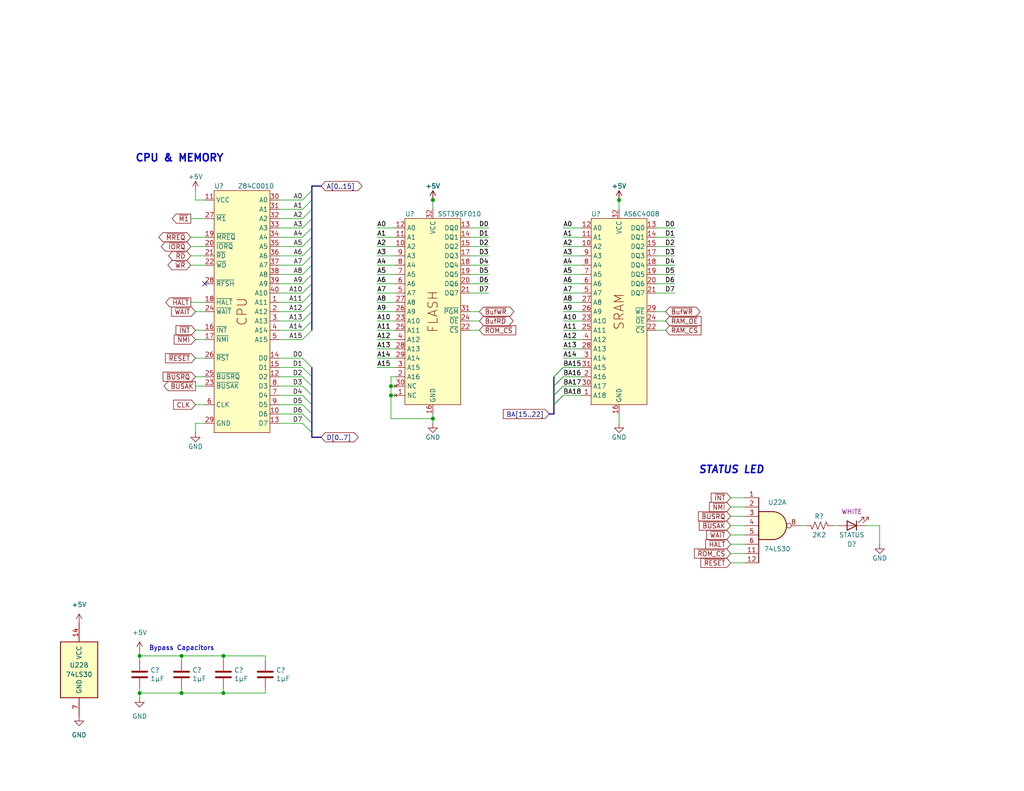
<source format=kicad_sch>
(kicad_sch (version 20230121) (generator eeschema)
  (paper "USLetter")
  (title_block (title "CPU with Flash ROM and RAM") (date "2023-08-31") (rev "2.1") (company "Frédéric Segard") (comment 1 "@microhobbyist") (comment 4 "Thank you to John Winans for his inspiration, as well as Grant Searle and Sergey Kiselev"))
  (lib_symbols
    (symbol "+5V_1" (power) (pin_names (offset 0))
      (property "Value" "+5V_1" (at 0 3.556 0))
      (symbol "+5V_1_0_1"
        (polyline (pts (xy -0.762 1.27) (xy 0 2.54)))
        (polyline (pts (xy 0 0) (xy 0 2.54)))
        (polyline (pts (xy 0 2.54) (xy 0.762 1.27)))
      )
      (symbol "+5V_1_1_1"
        (pin power_in line (at 0 0 90) (length 0) hide (name "+5V") (number "1"))
      )
    )
    (symbol "0_Library:AS6C4008"
      (property "Reference" "U" (at -7.62 0.635 0))
      (property "Value" "AS6C4008" (at 1.27 0.635 0))
      (symbol "AS6C4008_0_0"
        (text "SRAM" (at 0 -25.4 900) (effects (font (size 2.54 2.54))))
        (pin power_in line (at 0 -53.34 90) (length 2.54) (name "GND") (number "16"))
        (pin power_in line (at 0 2.54 270) (length 2.54) (name "VCC") (number "32"))
      )
      (symbol "AS6C4008_0_1"
        (rectangle (start -7.62 0) (end 7.62 -50.8) (fill (type background)))
      )
      (symbol "AS6C4008_1_1"
        (pin input line (at -10.16 -48.26 0) (length 2.54) (name "A18") (number "1"))
        (pin input line (at -10.16 -7.62 0) (length 2.54) (name "A2") (number "10"))
        (pin input line (at -10.16 -5.08 0) (length 2.54) (name "A1") (number "11"))
        (pin input line (at -10.16 -2.54 0) (length 2.54) (name "A0") (number "12"))
        (pin tri_state line (at 10.16 -2.54 180) (length 2.54) (name "DQ0") (number "13"))
        (pin tri_state line (at 10.16 -5.08 180) (length 2.54) (name "DQ1") (number "14"))
        (pin tri_state line (at 10.16 -7.62 180) (length 2.54) (name "DQ2") (number "15"))
        (pin tri_state line (at 10.16 -10.16 180) (length 2.54) (name "DQ3") (number "17"))
        (pin tri_state line (at 10.16 -12.7 180) (length 2.54) (name "DQ4") (number "18"))
        (pin tri_state line (at 10.16 -15.24 180) (length 2.54) (name "DQ5") (number "19"))
        (pin input line (at -10.16 -43.18 0) (length 2.54) (name "A16") (number "2"))
        (pin tri_state line (at 10.16 -17.78 180) (length 2.54) (name "DQ6") (number "20"))
        (pin tri_state line (at 10.16 -20.32 180) (length 2.54) (name "DQ7") (number "21"))
        (pin input line (at 10.16 -30.48 180) (length 2.54) (name "~{CS}") (number "22"))
        (pin input line (at -10.16 -27.94 0) (length 2.54) (name "A10") (number "23"))
        (pin input line (at 10.16 -27.94 180) (length 2.54) (name "~{OE}") (number "24"))
        (pin input line (at -10.16 -30.48 0) (length 2.54) (name "A11") (number "25"))
        (pin input line (at -10.16 -25.4 0) (length 2.54) (name "A9") (number "26"))
        (pin input line (at -10.16 -22.86 0) (length 2.54) (name "A8") (number "27"))
        (pin input line (at -10.16 -35.56 0) (length 2.54) (name "A13") (number "28"))
        (pin input line (at 10.16 -25.4 180) (length 2.54) (name "~{WE}") (number "29"))
        (pin input line (at -10.16 -38.1 0) (length 2.54) (name "A14") (number "3"))
        (pin input line (at -10.16 -45.72 0) (length 2.54) (name "A17") (number "30"))
        (pin input line (at -10.16 -40.64 0) (length 2.54) (name "A15") (number "31"))
        (pin input line (at -10.16 -33.02 0) (length 2.54) (name "A12") (number "4"))
        (pin input line (at -10.16 -20.32 0) (length 2.54) (name "A7") (number "5"))
        (pin input line (at -10.16 -17.78 0) (length 2.54) (name "A6") (number "6"))
        (pin input line (at -10.16 -15.24 0) (length 2.54) (name "A5") (number "7"))
        (pin input line (at -10.16 -12.7 0) (length 2.54) (name "A4") (number "8"))
        (pin input line (at -10.16 -10.16 0) (length 2.54) (name "A3") (number "9"))
      )
    )
    (symbol "0_Library:SST39SF010"
      (property "Reference" "U" (at -7.62 0 0))
      (property "Value" "SST39SF010" (at 1.27 0 0))
      (symbol "SST39SF010_0_0"
        (text "FLASH" (at 0 -25.4 900) (effects (font (size 2.54 2.54))))
        (pin power_in line (at 0 -53.34 90) (length 2.54) (name "GND") (number "16"))
        (pin power_in line (at 0 2.54 270) (length 2.54) (name "VCC") (number "32"))
      )
      (symbol "SST39SF010_0_1"
        (rectangle (start -7.62 0) (end 7.62 -50.8) (fill (type background)))
      )
      (symbol "SST39SF010_1_1"
        (pin no_connect line (at -10.16 -48.26 0) (length 2.54) (name "NC") (number "1"))
        (pin input line (at -10.16 -7.62 0) (length 2.54) (name "A2") (number "10"))
        (pin input line (at -10.16 -5.08 0) (length 2.54) (name "A1") (number "11"))
        (pin input line (at -10.16 -2.54 0) (length 2.54) (name "A0") (number "12"))
        (pin tri_state line (at 10.16 -2.54 180) (length 2.54) (name "DQ0") (number "13"))
        (pin tri_state line (at 10.16 -5.08 180) (length 2.54) (name "DQ1") (number "14"))
        (pin tri_state line (at 10.16 -7.62 180) (length 2.54) (name "DQ2") (number "15"))
        (pin tri_state line (at 10.16 -10.16 180) (length 2.54) (name "DQ3") (number "17"))
        (pin tri_state line (at 10.16 -12.7 180) (length 2.54) (name "DQ4") (number "18"))
        (pin tri_state line (at 10.16 -15.24 180) (length 2.54) (name "DQ5") (number "19"))
        (pin input line (at -10.16 -43.18 0) (length 2.54) (name "A16") (number "2"))
        (pin tri_state line (at 10.16 -17.78 180) (length 2.54) (name "DQ6") (number "20"))
        (pin tri_state line (at 10.16 -20.32 180) (length 2.54) (name "DQ7") (number "21"))
        (pin input line (at 10.16 -30.48 180) (length 2.54) (name "~{CS}") (number "22"))
        (pin input line (at -10.16 -27.94 0) (length 2.54) (name "A10") (number "23"))
        (pin input line (at 10.16 -27.94 180) (length 2.54) (name "~{OE}") (number "24"))
        (pin input line (at -10.16 -30.48 0) (length 2.54) (name "A11") (number "25"))
        (pin input line (at -10.16 -25.4 0) (length 2.54) (name "A9") (number "26"))
        (pin input line (at -10.16 -22.86 0) (length 2.54) (name "A8") (number "27"))
        (pin input line (at -10.16 -35.56 0) (length 2.54) (name "A13") (number "28"))
        (pin input line (at -10.16 -38.1 0) (length 2.54) (name "A14") (number "29"))
        (pin input line (at -10.16 -40.64 0) (length 2.54) (name "A15") (number "3"))
        (pin no_connect line (at -10.16 -45.72 0) (length 2.54) (name "NC") (number "30"))
        (pin input line (at 10.16 -25.4 180) (length 2.54) (name "~{PGM}") (number "31"))
        (pin input line (at -10.16 -33.02 0) (length 2.54) (name "A12") (number "4"))
        (pin input line (at -10.16 -20.32 0) (length 2.54) (name "A7") (number "5"))
        (pin input line (at -10.16 -17.78 0) (length 2.54) (name "A6") (number "6"))
        (pin input line (at -10.16 -15.24 0) (length 2.54) (name "A5") (number "7"))
        (pin input line (at -10.16 -12.7 0) (length 2.54) (name "A4") (number "8"))
        (pin input line (at -10.16 -10.16 0) (length 2.54) (name "A3") (number "9"))
      )
    )
    (symbol "0_Library:Z84C00xx CPU"
      (property "Reference" "U" (at -7.62 1.27 0))
      (property "Value" "Z84C00xx CPU" (at 1.27 1.27 0))
      (symbol "Z84C00xx CPU_0_0"
        (text "CPU" (at 0 -33.02 900) (effects (font (size 2.54 2.54))))
      )
      (symbol "Z84C00xx CPU_0_1"
        (rectangle (start -7.62 0) (end 7.62 -66.04) (stroke (width 0.1524)) (fill (type background)))
      )
      (symbol "Z84C00xx CPU_1_1"
        (pin tri_state line (at 10.16 -30.48 180) (length 2.54) (name "A11") (number "1"))
        (pin tri_state line (at 10.16 -60.96 180) (length 2.54) (name "D6") (number "10"))
        (pin power_in line (at -10.16 -2.54 0) (length 2.54) (name "VCC") (number "11"))
        (pin tri_state line (at 10.16 -50.8 180) (length 2.54) (name "D2") (number "12"))
        (pin tri_state line (at 10.16 -63.5 180) (length 2.54) (name "D7") (number "13"))
        (pin tri_state line (at 10.16 -45.72 180) (length 2.54) (name "D0") (number "14"))
        (pin tri_state line (at 10.16 -48.26 180) (length 2.54) (name "D1") (number "15"))
        (pin input line (at -10.16 -38.1 0) (length 2.54) (name "~{INT}") (number "16"))
        (pin input line (at -10.16 -40.64 0) (length 2.54) (name "~{NMI}") (number "17"))
        (pin output line (at -10.16 -30.48 0) (length 2.54) (name "~{HALT}") (number "18"))
        (pin tri_state line (at -10.16 -12.7 0) (length 2.54) (name "~{MREQ}") (number "19"))
        (pin tri_state line (at 10.16 -33.02 180) (length 2.54) (name "A12") (number "2"))
        (pin tri_state line (at -10.16 -15.24 0) (length 2.54) (name "~{IORQ}") (number "20"))
        (pin tri_state line (at -10.16 -17.78 0) (length 2.54) (name "~{RD}") (number "21"))
        (pin tri_state line (at -10.16 -20.32 0) (length 2.54) (name "~{WD}") (number "22"))
        (pin output line (at -10.16 -53.34 0) (length 2.54) (name "~{BUSAK}") (number "23"))
        (pin input line (at -10.16 -33.02 0) (length 2.54) (name "~{WAIT}") (number "24"))
        (pin input line (at -10.16 -50.8 0) (length 2.54) (name "~{BUSRQ}") (number "25"))
        (pin input line (at -10.16 -45.72 0) (length 2.54) (name "~{RST}") (number "26"))
        (pin output line (at -10.16 -7.62 0) (length 2.54) (name "~{M1}") (number "27"))
        (pin tri_state line (at -10.16 -25.4 0) (length 2.54) (name "~{RFSH}") (number "28"))
        (pin power_in line (at -10.16 -63.5 0) (length 2.54) (name "GND") (number "29"))
        (pin tri_state line (at 10.16 -35.56 180) (length 2.54) (name "A13") (number "3"))
        (pin tri_state line (at 10.16 -2.54 180) (length 2.54) (name "A0") (number "30"))
        (pin tri_state line (at 10.16 -5.08 180) (length 2.54) (name "A1") (number "31"))
        (pin tri_state line (at 10.16 -7.62 180) (length 2.54) (name "A2") (number "32"))
        (pin tri_state line (at 10.16 -10.16 180) (length 2.54) (name "A3") (number "33"))
        (pin tri_state line (at 10.16 -12.7 180) (length 2.54) (name "A4") (number "34"))
        (pin tri_state line (at 10.16 -15.24 180) (length 2.54) (name "A5") (number "35"))
        (pin tri_state line (at 10.16 -17.78 180) (length 2.54) (name "A6") (number "36"))
        (pin tri_state line (at 10.16 -20.32 180) (length 2.54) (name "A7") (number "37"))
        (pin tri_state line (at 10.16 -22.86 180) (length 2.54) (name "A8") (number "38"))
        (pin tri_state line (at 10.16 -25.4 180) (length 2.54) (name "A9") (number "39"))
        (pin tri_state line (at 10.16 -38.1 180) (length 2.54) (name "A14") (number "4"))
        (pin tri_state line (at 10.16 -27.94 180) (length 2.54) (name "A10") (number "40"))
        (pin tri_state line (at 10.16 -40.64 180) (length 2.54) (name "A15") (number "5"))
        (pin input line (at -10.16 -58.42 0) (length 2.54) (name "CLK") (number "6"))
        (pin tri_state line (at 10.16 -55.88 180) (length 2.54) (name "D4") (number "7"))
        (pin tri_state line (at 10.16 -53.34 180) (length 2.54) (name "D3") (number "8"))
        (pin tri_state line (at 10.16 -58.42 180) (length 2.54) (name "D5") (number "9"))
      )
    )
    (symbol "74xx:74LS30" (pin_names (offset 1.016))
      (property "Reference" "U" (at 0 1.27 0))
      (property "Value" "74LS30" (at 0 -1.27 0))
      (symbol "74LS30_1_1"
        (arc (start 0 -3.81) (mid 3.7934 0) (end 0 3.81) (stroke (width 0.254)) (fill (type background)))
        (polyline (pts (xy -3.81 7.62) (xy -3.81 -10.16)) (stroke (width 0.254)))
        (polyline (pts (xy 0 3.81) (xy -3.81 3.81) (xy -3.81 -3.81) (xy 0 -3.81)) (stroke (width 0.254)) (fill (type background)))
        (pin input line (at -7.62 7.62 0) (length 3.81) (name "~") (number "1"))
        (pin input line (at -7.62 -7.62 0) (length 3.81) (name "~") (number "11"))
        (pin input line (at -7.62 -10.16 0) (length 3.81) (name "~") (number "12"))
        (pin input line (at -7.62 5.08 0) (length 3.81) (name "~") (number "2"))
        (pin input line (at -7.62 2.54 0) (length 3.81) (name "~") (number "3"))
        (pin input line (at -7.62 0 0) (length 3.81) (name "~") (number "4"))
        (pin input line (at -7.62 -2.54 0) (length 3.81) (name "~") (number "5"))
        (pin input line (at -7.62 -5.08 0) (length 3.81) (name "~") (number "6"))
        (pin output inverted (at 7.62 0 180) (length 3.81) (name "~") (number "8"))
      )
      (symbol "74LS30_1_2"
        (arc (start -3.81 -3.81) (mid -2.589 0) (end -3.81 3.81) (stroke (width 0.254)))
        (arc (start -0.6096 -3.81) (mid 2.1842 -2.5851) (end 3.81 0) (stroke (width 0.254)) (fill (type background)))
        (polyline (pts (xy -3.81 -3.81) (xy -3.81 -10.16)) (stroke (width 0.254)))
        (polyline (pts (xy -3.81 -3.81) (xy -0.635 -3.81)) (stroke (width 0.254)) (fill (type background)))
        (polyline (pts (xy -3.81 3.81) (xy -0.635 3.81)) (stroke (width 0.254)) (fill (type background)))
        (polyline (pts (xy -3.81 7.62) (xy -3.81 3.81)) (stroke (width 0.254)))
        (polyline (pts (xy -0.635 3.81) (xy -3.81 3.81) (xy -3.81 3.81) (xy -3.556 3.4036) (xy -3.0226 2.2606) (xy -2.6924 1.0414) (xy -2.6162 -0.254) (xy -2.7686 -1.4986) (xy -3.175 -2.7178) (xy -3.81 -3.81) (xy -3.81 -3.81) (xy -0.635 -3.81)) (stroke (width -25.4)) (fill (type background)))
        (arc (start 3.81 0) (mid 2.1915 2.5936) (end -0.6096 3.81) (stroke (width 0.254)) (fill (type background)))
        (pin input inverted (at -7.62 7.62 0) (length 3.81) (name "~") (number "1"))
        (pin input inverted (at -7.62 -7.62 0) (length 3.81) (name "~") (number "11"))
        (pin input inverted (at -7.62 -10.16 0) (length 3.81) (name "~") (number "12"))
        (pin input inverted (at -7.62 5.08 0) (length 3.81) (name "~") (number "2"))
        (pin input inverted (at -7.62 2.54 0) (length 4.5466) (name "~") (number "3"))
        (pin input inverted (at -7.62 0 0) (length 5.08) (name "~") (number "4"))
        (pin input inverted (at -7.62 -2.54 0) (length 4.5466) (name "~") (number "5"))
        (pin input inverted (at -7.62 -5.08 0) (length 3.81) (name "~") (number "6"))
        (pin output line (at 7.62 0 180) (length 3.81) (name "~") (number "8"))
      )
      (symbol "74LS30_2_0"
        (pin power_in line (at 0 12.7 270) (length 5.08) (name "VCC") (number "14"))
        (pin power_in line (at 0 -12.7 90) (length 5.08) (name "GND") (number "7"))
      )
      (symbol "74LS30_2_1"
        (rectangle (start -5.08 7.62) (end 5.08 -7.62) (stroke (width 0.254)) (fill (type background)))
      )
    )
    (symbol "Device:C" (pin_numbers hide) (pin_names (offset 0.254))
      (property "Reference" "C" (at 0.635 2.54 0))
      (property "Value" "C" (at 0.635 -2.54 0))
      (symbol "C_0_1"
        (polyline (pts (xy -2.032 -0.762) (xy 2.032 -0.762)) (stroke (width 0.508)))
        (polyline (pts (xy -2.032 0.762) (xy 2.032 0.762)) (stroke (width 0.508)))
      )
      (symbol "C_1_1"
        (pin passive line (at 0 3.81 270) (length 2.794) (name "~") (number "1"))
        (pin passive line (at 0 -3.81 90) (length 2.794) (name "~") (number "2"))
      )
    )
    (symbol "Device:LED" (pin_numbers hide) (pin_names (offset 1.016) hide)
      (property "Reference" "D" (at 0 2.54 0))
      (property "Value" "LED" (at 0 -2.54 0))
      (symbol "LED_0_1"
        (polyline (pts (xy -1.27 -1.27) (xy -1.27 1.27)) (stroke (width 0.254)))
        (polyline (pts (xy -1.27 0) (xy 1.27 0)))
        (polyline (pts (xy 1.27 -1.27) (xy 1.27 1.27) (xy -1.27 0) (xy 1.27 -1.27)) (stroke (width 0.254)))
        (polyline (pts (xy -3.048 -0.762) (xy -4.572 -2.286) (xy -3.81 -2.286) (xy -4.572 -2.286) (xy -4.572 -1.524)))
        (polyline (pts (xy -1.778 -0.762) (xy -3.302 -2.286) (xy -2.54 -2.286) (xy -3.302 -2.286) (xy -3.302 -1.524)))
      )
      (symbol "LED_1_1"
        (pin passive line (at -3.81 0 0) (length 2.54) (name "K") (number "1"))
        (pin passive line (at 3.81 0 180) (length 2.54) (name "A") (number "2"))
      )
    )
    (symbol "Device:R_US" (pin_numbers hide) (pin_names (offset 0))
      (property "Reference" "R" (at 2.54 0 90))
      (property "Value" "R_US" (at -2.54 0 90))
      (symbol "R_US_0_1"
        (polyline (pts (xy 0 -2.286) (xy 0 -2.54)))
        (polyline (pts (xy 0 2.286) (xy 0 2.54)))
        (polyline (pts (xy 0 -0.762) (xy 1.016 -1.143) (xy 0 -1.524) (xy -1.016 -1.905) (xy 0 -2.286)))
        (polyline (pts (xy 0 0.762) (xy 1.016 0.381) (xy 0 0) (xy -1.016 -0.381) (xy 0 -0.762)))
        (polyline (pts (xy 0 2.286) (xy 1.016 1.905) (xy 0 1.524) (xy -1.016 1.143) (xy 0 0.762)))
      )
      (symbol "R_US_1_1"
        (pin passive line (at 0 3.81 270) (length 1.27) (name "~") (number "1"))
        (pin passive line (at 0 -3.81 90) (length 1.27) (name "~") (number "2"))
      )
    )
    (symbol "GND_1" (power) (pin_names (offset 0))
      (property "Value" "GND_1" (at 0 -3.81 0))
      (symbol "GND_1_0_1"
        (polyline (pts (xy 0 0) (xy 0 -1.27) (xy 1.27 -1.27) (xy 0 -2.54) (xy -1.27 -1.27) (xy 0 -1.27)))
      )
      (symbol "GND_1_1_1"
        (pin power_in line (at 0 0 270) (length 0) hide (name "GND") (number "1"))
      )
    )
  )
  (junction (at 49.53 189.23))
  (junction (at 118.11 54.61))
  (junction (at 38.1 189.23))
  (junction (at 106.68 107.95))
  (junction (at 60.96 179.07))
  (junction (at 106.68 105.41))
  (junction (at 60.96 189.23))
  (junction (at 168.91 54.61))
  (junction (at 38.1 179.07))
  (junction (at 118.11 114.3))
  (junction (at 49.53 179.07))
  (no_connect (at 55.88 77.47))
  (bus_entry (at 82.55 87.63) (size 2.54 -2.54))
  (bus_entry (at 82.55 113.03) (size 2.54 2.54))
  (bus_entry (at 82.55 90.17) (size 2.54 -2.54))
  (bus_entry (at 82.55 77.47) (size 2.54 -2.54))
  (bus_entry (at 82.55 85.09) (size 2.54 -2.54))
  (bus_entry (at 82.55 62.23) (size 2.54 -2.54))
  (bus_entry (at 82.55 105.41) (size 2.54 2.54))
  (bus_entry (at 82.55 92.71) (size 2.54 -2.54))
  (bus_entry (at 151.13 107.95) (size 2.54 -2.54))
  (bus_entry (at 151.13 107.95) (size 2.54 -2.54))
  (bus_entry (at 151.13 105.41) (size 2.54 -2.54))
  (bus_entry (at 151.13 105.41) (size 2.54 -2.54))
  (bus_entry (at 151.13 102.87) (size 2.54 -2.54))
  (bus_entry (at 151.13 102.87) (size 2.54 -2.54))
  (bus_entry (at 82.55 64.77) (size 2.54 -2.54))
  (bus_entry (at 82.55 110.49) (size 2.54 2.54))
  (bus_entry (at 82.55 67.31) (size 2.54 -2.54))
  (bus_entry (at 151.13 110.49) (size 2.54 -2.54))
  (bus_entry (at 151.13 110.49) (size 2.54 -2.54))
  (bus_entry (at 82.55 54.61) (size 2.54 -2.54))
  (bus_entry (at 82.55 57.15) (size 2.54 -2.54))
  (bus_entry (at 82.55 80.01) (size 2.54 -2.54))
  (bus_entry (at 82.55 74.93) (size 2.54 -2.54))
  (bus_entry (at 82.55 97.79) (size 2.54 2.54))
  (bus_entry (at 82.55 59.69) (size 2.54 -2.54))
  (bus_entry (at 82.55 72.39) (size 2.54 -2.54))
  (bus_entry (at 82.55 100.33) (size 2.54 2.54))
  (bus_entry (at 82.55 102.87) (size 2.54 2.54))
  (bus_entry (at 82.55 107.95) (size 2.54 2.54))
  (bus_entry (at 82.55 69.85) (size 2.54 -2.54))
  (bus_entry (at 82.55 82.55) (size 2.54 -2.54))
  (bus_entry (at 82.55 115.57) (size 2.54 2.54))
  (bus (pts (xy 85.09 57.15) (xy 85.09 54.61)))
  (wire (pts (xy 128.27 67.31) (xy 133.35 67.31)))
  (wire (pts (xy 53.34 102.87) (xy 55.88 102.87)))
  (wire (pts (xy 128.27 90.17) (xy 130.81 90.17)))
  (bus (pts (xy 85.09 80.01) (xy 85.09 77.47)))
  (bus (pts (xy 85.09 87.63) (xy 85.09 85.09)))
  (wire (pts (xy 38.1 187.96) (xy 38.1 189.23)))
  (wire (pts (xy 179.07 67.31) (xy 184.15 67.31)))
  (wire (pts (xy 76.2 72.39) (xy 82.55 72.39)))
  (wire (pts (xy 199.39 138.43) (xy 203.2 138.43)))
  (wire (pts (xy 179.07 72.39) (xy 184.15 72.39)))
  (wire (pts (xy 107.95 95.25) (xy 102.87 95.25)))
  (wire (pts (xy 52.07 82.55) (xy 55.88 82.55)))
  (wire (pts (xy 49.53 189.23) (xy 60.96 189.23)))
  (wire (pts (xy 118.11 114.3) (xy 118.11 115.57)))
  (wire (pts (xy 179.07 80.01) (xy 184.15 80.01)))
  (bus (pts (xy 85.09 113.03) (xy 85.09 115.57)))
  (wire (pts (xy 179.07 85.09) (xy 181.61 85.09)))
  (wire (pts (xy 53.34 52.07) (xy 53.34 54.61)))
  (wire (pts (xy 107.95 90.17) (xy 102.87 90.17)))
  (wire (pts (xy 49.53 187.96) (xy 49.53 189.23)))
  (bus (pts (xy 85.09 64.77) (xy 85.09 62.23)))
  (wire (pts (xy 60.96 180.34) (xy 60.96 179.07)))
  (wire (pts (xy 153.67 107.95) (xy 158.75 107.95)))
  (wire (pts (xy 60.96 189.23) (xy 72.39 189.23)))
  (wire (pts (xy 179.07 90.17) (xy 181.61 90.17)))
  (wire (pts (xy 53.34 90.17) (xy 55.88 90.17)))
  (wire (pts (xy 153.67 105.41) (xy 158.75 105.41)))
  (wire (pts (xy 158.75 77.47) (xy 153.67 77.47)))
  (wire (pts (xy 153.67 102.87) (xy 158.75 102.87)))
  (wire (pts (xy 107.95 64.77) (xy 102.87 64.77)))
  (bus (pts (xy 151.13 102.87) (xy 151.13 105.41)))
  (bus (pts (xy 85.09 119.38) (xy 87.63 119.38)))
  (wire (pts (xy 107.95 102.87) (xy 106.68 102.87)))
  (wire (pts (xy 128.27 69.85) (xy 133.35 69.85)))
  (wire (pts (xy 158.75 82.55) (xy 153.67 82.55)))
  (wire (pts (xy 55.88 115.57) (xy 53.34 115.57)))
  (wire (pts (xy 72.39 180.34) (xy 72.39 179.07)))
  (wire (pts (xy 52.07 64.77) (xy 55.88 64.77)))
  (wire (pts (xy 106.68 114.3) (xy 118.11 114.3)))
  (wire (pts (xy 38.1 177.8) (xy 38.1 179.07)))
  (bus (pts (xy 151.13 105.41) (xy 151.13 107.95)))
  (wire (pts (xy 179.07 74.93) (xy 184.15 74.93)))
  (wire (pts (xy 107.95 77.47) (xy 102.87 77.47)))
  (bus (pts (xy 85.09 102.87) (xy 85.09 105.41)))
  (wire (pts (xy 240.03 143.51) (xy 240.03 148.59)))
  (wire (pts (xy 179.07 62.23) (xy 184.15 62.23)))
  (wire (pts (xy 118.11 54.61) (xy 118.11 57.15)))
  (wire (pts (xy 106.68 107.95) (xy 106.68 114.3)))
  (bus (pts (xy 85.09 90.17) (xy 85.09 87.63)))
  (bus (pts (xy 85.09 59.69) (xy 85.09 57.15)))
  (wire (pts (xy 158.75 67.31) (xy 153.67 67.31)))
  (wire (pts (xy 76.2 87.63) (xy 82.55 87.63)))
  (wire (pts (xy 118.11 113.03) (xy 118.11 114.3)))
  (wire (pts (xy 76.2 97.79) (xy 82.55 97.79)))
  (bus (pts (xy 85.09 107.95) (xy 85.09 110.49)))
  (bus (pts (xy 85.09 105.41) (xy 85.09 107.95)))
  (wire (pts (xy 158.75 64.77) (xy 153.67 64.77)))
  (wire (pts (xy 168.91 54.61) (xy 168.91 57.15)))
  (bus (pts (xy 149.86 113.03) (xy 151.13 113.03)))
  (wire (pts (xy 49.53 179.07) (xy 38.1 179.07)))
  (wire (pts (xy 76.2 102.87) (xy 82.55 102.87)))
  (wire (pts (xy 60.96 179.07) (xy 49.53 179.07)))
  (wire (pts (xy 55.88 54.61) (xy 53.34 54.61)))
  (bus (pts (xy 85.09 52.07) (xy 85.09 50.8)))
  (bus (pts (xy 151.13 107.95) (xy 151.13 110.49)))
  (wire (pts (xy 179.07 77.47) (xy 184.15 77.47)))
  (bus (pts (xy 85.09 67.31) (xy 85.09 64.77)))
  (wire (pts (xy 76.2 105.41) (xy 82.55 105.41)))
  (wire (pts (xy 107.95 72.39) (xy 102.87 72.39)))
  (bus (pts (xy 85.09 77.47) (xy 85.09 74.93)))
  (wire (pts (xy 52.07 72.39) (xy 55.88 72.39)))
  (wire (pts (xy 199.39 148.59) (xy 203.2 148.59)))
  (wire (pts (xy 107.95 87.63) (xy 102.87 87.63)))
  (wire (pts (xy 168.91 113.03) (xy 168.91 115.57)))
  (bus (pts (xy 85.09 54.61) (xy 85.09 52.07)))
  (bus (pts (xy 85.09 72.39) (xy 85.09 69.85)))
  (wire (pts (xy 107.95 105.41) (xy 106.68 105.41)))
  (wire (pts (xy 179.07 64.77) (xy 184.15 64.77)))
  (wire (pts (xy 158.75 87.63) (xy 153.67 87.63)))
  (wire (pts (xy 199.39 143.51) (xy 203.2 143.51)))
  (wire (pts (xy 179.07 87.63) (xy 181.61 87.63)))
  (wire (pts (xy 52.07 59.69) (xy 55.88 59.69)))
  (wire (pts (xy 107.95 62.23) (xy 102.87 62.23)))
  (bus (pts (xy 85.09 82.55) (xy 85.09 80.01)))
  (wire (pts (xy 53.34 110.49) (xy 55.88 110.49)))
  (wire (pts (xy 128.27 77.47) (xy 133.35 77.47)))
  (bus (pts (xy 85.09 74.93) (xy 85.09 72.39)))
  (wire (pts (xy 60.96 187.96) (xy 60.96 189.23)))
  (wire (pts (xy 76.2 59.69) (xy 82.55 59.69)))
  (wire (pts (xy 158.75 85.09) (xy 153.67 85.09)))
  (wire (pts (xy 53.34 105.41) (xy 55.88 105.41)))
  (wire (pts (xy 236.22 143.51) (xy 240.03 143.51)))
  (wire (pts (xy 76.2 113.03) (xy 82.55 113.03)))
  (wire (pts (xy 76.2 80.01) (xy 82.55 80.01)))
  (wire (pts (xy 53.34 97.79) (xy 55.88 97.79)))
  (wire (pts (xy 128.27 64.77) (xy 133.35 64.77)))
  (wire (pts (xy 158.75 62.23) (xy 153.67 62.23)))
  (wire (pts (xy 107.95 92.71) (xy 102.87 92.71)))
  (wire (pts (xy 76.2 115.57) (xy 82.55 115.57)))
  (wire (pts (xy 38.1 179.07) (xy 38.1 180.34)))
  (wire (pts (xy 76.2 74.93) (xy 82.55 74.93)))
  (wire (pts (xy 107.95 80.01) (xy 102.87 80.01)))
  (wire (pts (xy 158.75 95.25) (xy 153.67 95.25)))
  (bus (pts (xy 85.09 115.57) (xy 85.09 118.11)))
  (wire (pts (xy 106.68 105.41) (xy 106.68 107.95)))
  (wire (pts (xy 128.27 80.01) (xy 133.35 80.01)))
  (wire (pts (xy 199.39 146.05) (xy 203.2 146.05)))
  (wire (pts (xy 53.34 85.09) (xy 55.88 85.09)))
  (wire (pts (xy 76.2 54.61) (xy 82.55 54.61)))
  (wire (pts (xy 76.2 82.55) (xy 82.55 82.55)))
  (bus (pts (xy 85.09 85.09) (xy 85.09 82.55)))
  (bus (pts (xy 85.09 118.11) (xy 85.09 119.38)))
  (wire (pts (xy 199.39 153.67) (xy 203.2 153.67)))
  (wire (pts (xy 158.75 69.85) (xy 153.67 69.85)))
  (wire (pts (xy 107.95 100.33) (xy 102.87 100.33)))
  (wire (pts (xy 49.53 180.34) (xy 49.53 179.07)))
  (wire (pts (xy 76.2 57.15) (xy 82.55 57.15)))
  (wire (pts (xy 158.75 74.93) (xy 153.67 74.93)))
  (wire (pts (xy 228.6 143.51) (xy 227.33 143.51)))
  (wire (pts (xy 72.39 179.07) (xy 60.96 179.07)))
  (wire (pts (xy 107.95 97.79) (xy 102.87 97.79)))
  (bus (pts (xy 85.09 62.23) (xy 85.09 59.69)))
  (wire (pts (xy 107.95 82.55) (xy 102.87 82.55)))
  (bus (pts (xy 85.09 100.33) (xy 85.09 102.87)))
  (wire (pts (xy 219.71 143.51) (xy 218.44 143.51)))
  (wire (pts (xy 76.2 92.71) (xy 82.55 92.71)))
  (wire (pts (xy 76.2 90.17) (xy 82.55 90.17)))
  (wire (pts (xy 52.07 67.31) (xy 55.88 67.31)))
  (wire (pts (xy 76.2 64.77) (xy 82.55 64.77)))
  (wire (pts (xy 38.1 189.23) (xy 49.53 189.23)))
  (wire (pts (xy 153.67 100.33) (xy 158.75 100.33)))
  (wire (pts (xy 179.07 69.85) (xy 184.15 69.85)))
  (wire (pts (xy 76.2 110.49) (xy 82.55 110.49)))
  (wire (pts (xy 158.75 80.01) (xy 153.67 80.01)))
  (bus (pts (xy 151.13 110.49) (xy 151.13 113.03)))
  (wire (pts (xy 158.75 72.39) (xy 153.67 72.39)))
  (wire (pts (xy 128.27 72.39) (xy 133.35 72.39)))
  (bus (pts (xy 85.09 110.49) (xy 85.09 113.03)))
  (wire (pts (xy 199.39 140.97) (xy 203.2 140.97)))
  (wire (pts (xy 76.2 100.33) (xy 82.55 100.33)))
  (wire (pts (xy 53.34 115.57) (xy 53.34 118.11)))
  (wire (pts (xy 158.75 90.17) (xy 153.67 90.17)))
  (wire (pts (xy 76.2 77.47) (xy 82.55 77.47)))
  (wire (pts (xy 158.75 92.71) (xy 153.67 92.71)))
  (wire (pts (xy 76.2 85.09) (xy 82.55 85.09)))
  (wire (pts (xy 130.81 87.63) (xy 128.27 87.63)))
  (wire (pts (xy 128.27 74.93) (xy 133.35 74.93)))
  (wire (pts (xy 199.39 135.89) (xy 203.2 135.89)))
  (bus (pts (xy 85.09 69.85) (xy 85.09 67.31)))
  (wire (pts (xy 76.2 107.95) (xy 82.55 107.95)))
  (wire (pts (xy 76.2 69.85) (xy 82.55 69.85)))
  (wire (pts (xy 107.95 74.93) (xy 102.87 74.93)))
  (wire (pts (xy 106.68 102.87) (xy 106.68 105.41)))
  (wire (pts (xy 199.39 151.13) (xy 203.2 151.13)))
  (wire (pts (xy 53.34 92.71) (xy 55.88 92.71)))
  (wire (pts (xy 52.07 69.85) (xy 55.88 69.85)))
  (wire (pts (xy 128.27 62.23) (xy 133.35 62.23)))
  (wire (pts (xy 76.2 62.23) (xy 82.55 62.23)))
  (wire (pts (xy 128.27 85.09) (xy 130.81 85.09)))
  (wire (pts (xy 106.68 107.95) (xy 107.95 107.95)))
  (wire (pts (xy 72.39 187.96) (xy 72.39 189.23)))
  (wire (pts (xy 38.1 189.23) (xy 38.1 190.5)))
  (wire (pts (xy 107.95 85.09) (xy 102.87 85.09)))
  (bus (pts (xy 85.09 50.8) (xy 87.63 50.8)))
  (wire (pts (xy 76.2 67.31) (xy 82.55 67.31)))
  (wire (pts (xy 158.75 97.79) (xy 153.67 97.79)))
  (wire (pts (xy 107.95 67.31) (xy 102.87 67.31)))
  (wire (pts (xy 107.95 69.85) (xy 102.87 69.85)))
  (text "STATUS LED" (at 190.5 129.54 0) (effects (font (size 2 2) (thickness 0.4) bold italic) (justify left bottom)))
  (text "Bypass Capacitors" (at 40.64 177.8 0) (effects (font (size 1.27 1.27)) (justify left bottom)))
  (text "Bypass Capacitors" (at 40.64 177.8 0) (effects (font (size 1.27 1.27)) (justify left bottom)))
  (text "CPU & MEMORY" (at 36.83 44.45 0) (effects (font (size 2 2) (thickness 0.4) bold) (justify left bottom)))
  (label "A14" (at 102.87 97.79 0))
  (label "BA18" (at 153.67 107.95 0))
  (label "D5" (at 133.35 74.93 180))
  (label "BA15" (at 153.67 100.33 0))
  (label "A1" (at 82.55 57.15 180))
  (label "A9" (at 102.87 85.09 0))
  (label "D6" (at 82.55 113.03 180))
  (label "D7" (at 133.35 80.01 180))
  (label "A1" (at 102.87 64.77 0))
  (label "A13" (at 153.67 95.25 0))
  (label "A13" (at 82.55 87.63 180))
  (label "A10" (at 153.67 87.63 0))
  (label "A3" (at 153.67 69.85 0))
  (label "A3" (at 153.67 69.85 0))
  (label "D1" (at 133.35 64.77 180))
  (label "A9" (at 102.87 85.09 0))
  (label "A11" (at 102.87 90.17 0))
  (label "D5" (at 184.15 74.93 180))
  (label "A14" (at 82.55 90.17 180))
  (label "D7" (at 133.35 80.01 180))
  (label "D5" (at 82.55 110.49 180))
  (label "A2" (at 153.67 67.31 0))
  (label "A2" (at 102.87 67.31 0))
  (label "BA15" (at 153.67 100.33 0))
  (label "A7" (at 102.87 80.01 0))
  (label "A0" (at 153.67 62.23 0))
  (label "A4" (at 102.87 72.39 0))
  (label "A5" (at 153.67 74.93 0))
  (label "A11" (at 82.55 82.55 180))
  (label "BA18" (at 153.67 107.95 0))
  (label "A1" (at 102.87 64.77 0))
  (label "A6" (at 153.67 77.47 0))
  (label "BA16" (at 153.67 102.87 0))
  (label "A3" (at 82.55 62.23 180))
  (label "BA17" (at 153.67 105.41 0))
  (label "D6" (at 133.35 77.47 180))
  (label "A3" (at 102.87 69.85 0))
  (label "D1" (at 82.55 100.33 180))
  (label "A11" (at 153.67 90.17 0))
  (label "A9" (at 153.67 85.09 0))
  (label "A4" (at 82.55 64.77 180))
  (label "A5" (at 102.87 74.93 0))
  (label "D4" (at 133.35 72.39 180))
  (label "A13" (at 102.87 95.25 0))
  (label "D4" (at 184.15 72.39 180))
  (label "A4" (at 153.67 72.39 0))
  (label "A2" (at 102.87 67.31 0))
  (label "D6" (at 184.15 77.47 180))
  (label "D1" (at 133.35 64.77 180))
  (label "D7" (at 82.55 115.57 180))
  (label "A0" (at 102.87 62.23 0))
  (label "D2" (at 184.15 67.31 180))
  (label "A8" (at 153.67 82.55 0))
  (label "D4" (at 133.35 72.39 180))
  (label "A13" (at 153.67 95.25 0))
  (label "A10" (at 102.87 87.63 0))
  (label "D1" (at 184.15 64.77 180))
  (label "D0" (at 184.15 62.23 180))
  (label "A6" (at 102.87 77.47 0))
  (label "A0" (at 153.67 62.23 0))
  (label "A15" (at 82.55 92.71 180))
  (label "A14" (at 153.67 97.79 0))
  (label "D1" (at 184.15 64.77 180))
  (label "D0" (at 184.15 62.23 180))
  (label "A8" (at 82.55 74.93 180))
  (label "A5" (at 102.87 74.93 0))
  (label "A7" (at 153.67 80.01 0))
  (label "A6" (at 102.87 77.47 0))
  (label "D6" (at 184.15 77.47 180))
  (label "A12" (at 153.67 92.71 0))
  (label "D5" (at 184.15 74.93 180))
  (label "D2" (at 133.35 67.31 180))
  (label "A6" (at 153.67 77.47 0))
  (label "A7" (at 82.55 72.39 180))
  (label "D3" (at 184.15 69.85 180))
  (label "A13" (at 102.87 95.25 0))
  (label "D4" (at 82.55 107.95 180))
  (label "A1" (at 153.67 64.77 0))
  (label "D7" (at 184.15 80.01 180))
  (label "BA17" (at 153.67 105.41 0))
  (label "D3" (at 133.35 69.85 180))
  (label "A5" (at 153.67 74.93 0))
  (label "A10" (at 82.55 80.01 180))
  (label "A1" (at 153.67 64.77 0))
  (label "A14" (at 153.67 97.79 0))
  (label "BA16" (at 153.67 102.87 0))
  (label "D3" (at 133.35 69.85 180))
  (label "D2" (at 82.55 102.87 180))
  (label "A10" (at 153.67 87.63 0))
  (label "A7" (at 153.67 80.01 0))
  (label "D5" (at 133.35 74.93 180))
  (label "A15" (at 102.87 100.33 0))
  (label "D2" (at 184.15 67.31 180))
  (label "A8" (at 102.87 82.55 0))
  (label "A0" (at 82.55 54.61 180))
  (label "A12" (at 82.55 85.09 180))
  (label "D6" (at 133.35 77.47 180))
  (label "D3" (at 184.15 69.85 180))
  (label "D0" (at 133.35 62.23 180))
  (label "A0" (at 102.87 62.23 0))
  (label "A3" (at 102.87 69.85 0))
  (label "A10" (at 102.87 87.63 0))
  (label "A8" (at 102.87 82.55 0))
  (label "A2" (at 153.67 67.31 0))
  (label "A6" (at 82.55 69.85 180))
  (label "D4" (at 184.15 72.39 180))
  (label "A5" (at 82.55 67.31 180))
  (label "A12" (at 102.87 92.71 0))
  (label "A15" (at 102.87 100.33 0))
  (label "A9" (at 153.67 85.09 0))
  (label "A14" (at 102.87 97.79 0))
  (label "A11" (at 153.67 90.17 0))
  (label "D7" (at 184.15 80.01 180))
  (label "A4" (at 153.67 72.39 0))
  (label "A2" (at 82.55 59.69 180))
  (label "A12" (at 102.87 92.71 0))
  (label "A7" (at 102.87 80.01 0))
  (label "A11" (at 102.87 90.17 0))
  (label "A4" (at 102.87 72.39 0))
  (label "D0" (at 133.35 62.23 180))
  (label "D2" (at 133.35 67.31 180))
  (label "A9" (at 82.55 77.47 180))
  (label "A8" (at 153.67 82.55 0))
  (label "D0" (at 82.55 97.79 180))
  (label "A12" (at 153.67 92.71 0))
  (label "D3" (at 82.55 105.41 180))
  (global_label "~{BufRD}" (shape tri_state) (at 130.81 87.63 0) (property "Intersheetrefs" "${INTERSHEET_REFS}" (effects hide)))
  (global_label "~{BUSAK}" (shape input) (at 199.39 143.51 180) (property "Intersheetrefs" "${INTERSHEET_REFS}" (effects hide)))
  (global_label "D[0..7]" (shape tri_state) (at 87.63 119.38 0) (property "Intersheetrefs" "${INTERSHEET_REFS}" (effects hide)))
  (global_label "~{BUSAK}" (shape output) (at 53.34 105.41 180) (property "Intersheetrefs" "${INTERSHEET_REFS}" (effects hide)))
  (global_label "~{RESET}" (shape input) (at 53.34 97.79 180) (property "Intersheetrefs" "${INTERSHEET_REFS}" (effects hide)))
  (global_label "~{ROM_CS}" (shape input) (at 130.81 90.17 0) (property "Intersheetrefs" "${INTERSHEET_REFS}" (effects hide)))
  (global_label "~{WAIT}" (shape input) (at 199.39 146.05 180) (property "Intersheetrefs" "${INTERSHEET_REFS}" (effects hide)))
  (global_label "~{INT}" (shape input) (at 53.34 90.17 180) (property "Intersheetrefs" "${INTERSHEET_REFS}" (effects hide)))
  (global_label "~{WR}" (shape tri_state) (at 52.07 72.39 180) (property "Intersheetrefs" "${INTERSHEET_REFS}" (effects hide)))
  (global_label "~{BUSRQ}" (shape input) (at 199.39 140.97 180) (property "Intersheetrefs" "${INTERSHEET_REFS}" (effects hide)))
  (global_label "~{RD}" (shape tri_state) (at 52.07 69.85 180) (property "Intersheetrefs" "${INTERSHEET_REFS}" (effects hide)))
  (global_label "~{RAM_CS}" (shape input) (at 181.61 90.17 0) (property "Intersheetrefs" "${INTERSHEET_REFS}" (effects hide)))
  (global_label "~{RAM_OE}" (shape input) (at 181.61 87.63 0) (property "Intersheetrefs" "${INTERSHEET_REFS}" (effects hide)))
  (global_label "~{BufWR}" (shape tri_state) (at 181.61 85.09 0) (property "Intersheetrefs" "${INTERSHEET_REFS}" (effects hide)))
  (global_label "~{IORQ}" (shape tri_state) (at 52.07 67.31 180) (property "Intersheetrefs" "${INTERSHEET_REFS}" (effects hide)))
  (global_label "~{M1}" (shape output) (at 52.07 59.69 180) (property "Intersheetrefs" "${INTERSHEET_REFS}" (effects hide)))
  (global_label "~{NMI}" (shape input) (at 53.34 92.71 180) (property "Intersheetrefs" "${INTERSHEET_REFS}" (effects hide)))
  (global_label "~{HALT}" (shape output) (at 52.07 82.55 180) (property "Intersheetrefs" "${INTERSHEET_REFS}" (effects hide)))
  (global_label "~{BufWR}" (shape tri_state) (at 130.81 85.09 0) (property "Intersheetrefs" "${INTERSHEET_REFS}" (effects hide)))
  (global_label "~{NMI}" (shape input) (at 199.39 138.43 180) (property "Intersheetrefs" "${INTERSHEET_REFS}" (effects hide)))
  (global_label "CLK" (shape input) (at 53.34 110.49 180) (property "Intersheetrefs" "${INTERSHEET_REFS}" (effects hide)))
  (global_label "BA[15..22]" (shape input) (at 149.86 113.03 180) (property "Intersheetrefs" "${INTERSHEET_REFS}" (effects hide)))
  (global_label "~{MREQ}" (shape tri_state) (at 52.07 64.77 180) (property "Intersheetrefs" "${INTERSHEET_REFS}" (effects hide)))
  (global_label "~{BUSRQ}" (shape input) (at 53.34 102.87 180) (property "Intersheetrefs" "${INTERSHEET_REFS}" (effects hide)))
  (global_label "~{ROM_CS}" (shape input) (at 199.39 151.13 180) (property "Intersheetrefs" "${INTERSHEET_REFS}" (effects hide)))
  (global_label "~{HALT}" (shape input) (at 199.39 148.59 180) (property "Intersheetrefs" "${INTERSHEET_REFS}" (effects hide)))
  (global_label "A[0..15]" (shape tri_state) (at 87.63 50.8 0) (property "Intersheetrefs" "${INTERSHEET_REFS}" (effects hide)))
  (global_label "~{INT}" (shape input) (at 199.39 135.89 180) (property "Intersheetrefs" "${INTERSHEET_REFS}" (effects hide)))
  (global_label "~{WAIT}" (shape input) (at 53.34 85.09 180) (property "Intersheetrefs" "${INTERSHEET_REFS}" (effects hide)))
  (global_label "~{RESET}" (shape input) (at 199.39 153.67 180) (property "Intersheetrefs" "${INTERSHEET_REFS}" (effects hide)))
  (symbol (lib_name "+5V_1") (lib_id "power:+5V") (at 168.91 54.61 0) (unit 1)
    (property "Reference" "#PWR?" (effects hide))
    (property "Value" "+5V" (at 168.91 50.8 0))
    (instances (project "1 - Main CPU board with basic peripherals (rev5)" (path "" (reference "#PWR?") (unit 1))) (project "2 - CPU and memory card with the essential peripherals" (path "" (reference "#PWR?") (unit 1))) (project "2 - CPU and core components (Rev 2.1)" (path "" (reference "#PWR066") (unit 1))))
  )
  (symbol (lib_name "GND_1") (lib_id "power:GND") (at 168.91 115.57 0) (unit 1)
    (property "Reference" "#PWR?" (effects hide))
    (property "Value" "GND" (at 168.91 119.38 0))
    (instances (project "1 - Main CPU board with basic peripherals (rev5)" (path "" (reference "#PWR?") (unit 1))) (project "2 - CPU and memory card with the essential peripherals" (path "" (reference "#PWR?") (unit 1)) (path "" (reference "#PWR?") (unit 1)) (path "" (reference "#PWR?") (unit 1))) (project "2 - CPU and core components (Rev 2.1)" (path "" (reference "#PWR068") (unit 1))))
  )
  (symbol (lib_name "+5V_1") (lib_id "power:+5V") (at 53.34 52.07 0) (unit 1)
    (property "Reference" "#PWR?" (effects hide))
    (property "Value" "+5V" (at 53.34 48.26 0))
    (instances (project "1 - Main CPU board with basic peripherals (rev5)" (path "" (reference "#PWR?") (unit 1))) (project "2 - CPU and memory card with the essential peripherals" (path "" (reference "#PWR?") (unit 1))) (project "2 - CPU and core components (Rev 2.1)" (path "" (reference "#PWR060") (unit 1))))
  )
  (symbol (lib_name "GND_1") (lib_id "power:GND") (at 38.1 190.5 0) (unit 1)
    (property "Reference" "#PWR?" (effects hide))
    (property "Value" "GND" (at 38.1 195.58 0))
    (instances (project "1 - Main CPU board with basic peripherals (rev5)" (path "" (reference "#PWR?") (unit 1)) (path "" (reference "#PWR?") (unit 1))) (project "2 - CPU and memory card with the essential peripherals" (path "" (reference "#PWR?") (unit 1))) (project "3 - Quad Serial card v3" (path "" (reference "#PWR?") (unit 1)) (path "" (reference "#PWR?") (unit 1))) (project "2 - CPU and core components (Rev 2.1)" (path "" (reference "#PWR059") (unit 1)) (path "" (reference "#PWR?") (unit 1))))
  )
  (symbol (lib_id "Device:C") (at 49.53 184.15 0) (unit 1)
    (property "Reference" "C?" (at 52.451 182.9816 0) (effects (justify left)))
    (property "Value" "1µF" (at 52.451 185.293 0) (effects (justify left)))
    (property "Footprint" "Capacitor_THT:C_Disc_D3.4mm_W2.1mm_P2.50mm" (effects hide))
    (instances (project "1 - Main CPU board with basic peripherals (rev5)" (path "" (reference "C?") (unit 1)) (path "" (reference "C?") (unit 1))) (project "2 - CPU and memory card with the essential peripherals" (path "" (reference "C?") (unit 1))) (project "3 - Quad Serial card v3" (path "" (reference "C?") (unit 1)) (path "" (reference "C?") (unit 1))) (project "2 - CPU and core components (Rev 2.1)" (path "" (reference "C18") (unit 1)) (path "" (reference "C?") (unit 1))))
  )
  (symbol (lib_name "GND_1") (lib_id "power:GND") (at 53.34 118.11 0) (unit 1)
    (property "Reference" "#PWR?" (effects hide))
    (property "Value" "GND" (at 53.34 121.92 0))
    (instances (project "1 - Main CPU board with basic peripherals (rev5)" (path "" (reference "#PWR?") (unit 1))) (project "2 - CPU and memory card with the essential peripherals" (path "" (reference "#PWR?") (unit 1)) (path "" (reference "#PWR?") (unit 1)) (path "" (reference "#PWR?") (unit 1))) (project "2 - CPU and core components (Rev 2.1)" (path "" (reference "#PWR061") (unit 1))))
  )
  (symbol (lib_id "0_Library:AS6C4008") (at 168.91 59.69 0) (unit 1)
    (property "Reference" "U?" (at 161.29 58.42 0) (effects (justify left)))
    (property "Value" "AS6C4008" (at 170.18 58.42 0) (effects (justify left)))
    (property "Footprint" "Package_DIP:DIP-32_W15.24mm_Socket" (effects hide))
    (property "Datasheet" "https://www.alliancememory.com/wp-content/uploads/pdf/AS6C4008.pdf" (effects hide))
    (instances (project "1 - Main CPU board with basic peripherals (rev5)" (path "" (reference "U?") (unit 1))) (project "2 - CPU and memory card with the essential peripherals" (path "" (reference "U?") (unit 1))) (project "" (path "" (reference "U?") (unit 1))) (project "2 - CPU and core components (Rev 2.1)" (path "" (reference "U17") (unit 1))))
  )
  (symbol (lib_id "Device:C") (at 72.39 184.15 0) (unit 1)
    (property "Reference" "C?" (at 75.311 182.9816 0) (effects (justify left)))
    (property "Value" "1µF" (at 75.311 185.293 0) (effects (justify left)))
    (property "Footprint" "Capacitor_THT:C_Disc_D3.4mm_W2.1mm_P2.50mm" (effects hide))
    (instances (project "1 - Main CPU board with basic peripherals (rev5)" (path "" (reference "C?") (unit 1)) (path "" (reference "C?") (unit 1))) (project "2 - CPU and memory card with the essential peripherals" (path "" (reference "C?") (unit 1))) (project "3 - Quad Serial card v3" (path "" (reference "C?") (unit 1)) (path "" (reference "C?") (unit 1))) (project "2 - CPU and core components (Rev 2.1)" (path "" (reference "C26") (unit 1)) (path "" (reference "C?") (unit 1))))
  )
  (symbol (lib_id "0_Library:Z84C00xx CPU") (at 66.04 52.07 0) (unit 1)
    (property "Reference" "U?" (at 58.42 50.8 0) (effects (justify left)))
    (property "Value" "Z84C0010" (at 69.85 50.8 0))
    (property "Footprint" "Package_DIP:DIP-40_W15.24mm_Socket" (effects hide))
    (property "Datasheet" "https://www.mouser.ca/datasheet/2/240/ps0178-2584834.pdf" (effects hide))
    (instances (project "1 - Main CPU board with basic peripherals (rev5)" (path "" (reference "U?") (unit 1))) (project "2 - CPU and memory card with the essential peripherals" (path "" (reference "U?") (unit 1))) (project "" (path "" (reference "U?") (unit 1))) (project "2 - CPU and core components (Rev 2.1)" (path "" (reference "U15") (unit 1))))
  )
  (symbol (lib_id "Device:LED") (at 232.41 143.51 180) (unit 1)
    (property "Reference" "D?" (at 232.41 148.59 0))
    (property "Value" "STATUS" (at 232.41 146.05 0))
    (property "Footprint" "LED_THT:LED_D3.0mm_Horizontal_O1.27mm_Z2.0mm_Clear" (effects hide))
    (property "Field4" "WHITE" (at 232.41 139.7 0))
    (instances (project "1 - Main CPU board with basic peripherals (rev5)" (path "" (reference "D?") (unit 1))) (project "1 - Main CPU card with CTC, SIO and PIO" (path "" (reference "D?") (unit 1)) (path "" (reference "D?") (unit 1))) (project "0 - Card edge backplane v2" (path "" (reference "D?") (unit 1))) (project "2 - CPU and core components (Rev 2.1)" (path "" (reference "D1") (unit 1)) (path "" (reference "D9") (unit 1))))
  )
  (symbol (lib_name "+5V_1") (lib_id "power:+5V") (at 118.11 54.61 0) (unit 1)
    (property "Reference" "#PWR?" (effects hide))
    (property "Value" "+5V" (at 118.11 50.8 0))
    (instances (project "1 - Main CPU board with basic peripherals (rev5)" (path "" (reference "#PWR?") (unit 1))) (project "2 - CPU and memory card with the essential peripherals" (path "" (reference "#PWR?") (unit 1))) (project "2 - CPU and core components (Rev 2.1)" (path "" (reference "#PWR062") (unit 1))))
  )
  (symbol (lib_name "GND_1") (lib_id "power:GND") (at 21.59 195.58 0) (unit 1)
    (property "Reference" "#PWR?" (effects hide))
    (property "Value" "GND" (at 21.59 200.66 0))
    (instances (project "3 - CPU and memory" (path "" (reference "#PWR?") (unit 1))) (project "2 - CPU and core components (Rev 2.1)" (path "" (reference "#PWR?") (unit 1)) (path "" (reference "#PWR091") (unit 1))))
  )
  (symbol (lib_id "0_Library:SST39SF010") (at 118.11 59.69 0) (unit 1)
    (property "Reference" "U?" (at 110.49 58.42 0) (effects (justify left)))
    (property "Value" "SST39SF010" (at 119.38 58.42 0) (effects (justify left)))
    (property "Footprint" "0_Library:ZIF_Socket-32" (effects hide))
    (property "Datasheet" "https://ww1.microchip.com/downloads/en/DeviceDoc/20005022C.pdf" (effects hide))
    (instances (project "1 - Main CPU board with basic peripherals (rev5)" (path "" (reference "U?") (unit 1))) (project "2 - CPU and memory card with the essential peripherals" (path "" (reference "U?") (unit 1))) (project "" (path "" (reference "U?") (unit 1))) (project "2 - CPU and core components (Rev 2.1)" (path "" (reference "U16") (unit 1))))
  )
  (symbol (lib_name "+5V_1") (lib_id "power:+5V") (at 118.11 54.61 0) (unit 1)
    (property "Reference" "#PWR?" (effects hide))
    (property "Value" "+5V" (at 118.11 50.8 0))
    (instances (project "1 - Main CPU board with basic peripherals (rev5)" (path "" (reference "#PWR?") (unit 1))) (project "2 - CPU and memory card with the essential peripherals" (path "" (reference "#PWR?") (unit 1))) (project "2 - CPU and core components (Rev 2.1)" (path "" (reference "#PWR063") (unit 1))))
  )
  (symbol (lib_id "74xx:74LS30") (at 21.59 182.88 0) (unit 2)
    (property "Reference" "U22" (at 21.59 181.61 0))
    (property "Value" "74LS30" (at 21.59 184.15 0))
    (property "Footprint" "Package_DIP:DIP-14_W7.62mm_Socket" (effects hide))
    (property "Datasheet" "http://www.ti.com/lit/gpn/sn74LS30" (effects hide))
  )
  (symbol (lib_name "GND_1") (lib_id "power:GND") (at 118.11 115.57 0) (unit 1)
    (property "Reference" "#PWR?" (effects hide))
    (property "Value" "GND" (at 118.11 119.38 0))
    (instances (project "1 - Main CPU board with basic peripherals (rev5)" (path "" (reference "#PWR?") (unit 1))) (project "2 - CPU and memory card with the essential peripherals" (path "" (reference "#PWR?") (unit 1)) (path "" (reference "#PWR?") (unit 1)) (path "" (reference "#PWR?") (unit 1))) (project "2 - CPU and core components (Rev 2.1)" (path "" (reference "#PWR064") (unit 1))))
  )
  (symbol (lib_name "+5V_1") (lib_id "power:+5V") (at 38.1 177.8 0) (unit 1)
    (property "Reference" "#PWR?" (effects hide))
    (property "Value" "+5V" (at 38.1 172.72 0))
    (instances (project "1 - Main CPU board with basic peripherals (rev5)" (path "" (reference "#PWR?") (unit 1)) (path "" (reference "#PWR?") (unit 1))) (project "2 - CPU and memory card with the essential peripherals" (path "" (reference "#PWR?") (unit 1))) (project "3 - Quad Serial card v3" (path "" (reference "#PWR?") (unit 1)) (path "" (reference "#PWR?") (unit 1))) (project "2 - CPU and core components (Rev 2.1)" (path "" (reference "#PWR058") (unit 1)) (path "" (reference "#PWR?") (unit 1))))
  )
  (symbol (lib_id "Device:C") (at 38.1 184.15 0) (unit 1)
    (property "Reference" "C?" (at 41.021 182.9816 0) (effects (justify left)))
    (property "Value" "1µF" (at 41.021 185.293 0) (effects (justify left)))
    (property "Footprint" "Capacitor_THT:C_Disc_D3.4mm_W2.1mm_P2.50mm" (effects hide))
    (instances (project "1 - Main CPU board with basic peripherals (rev5)" (path "" (reference "C?") (unit 1)) (path "" (reference "C?") (unit 1))) (project "2 - CPU and memory card with the essential peripherals" (path "" (reference "C?") (unit 1))) (project "3 - Quad Serial card v3" (path "" (reference "C?") (unit 1)) (path "" (reference "C?") (unit 1))) (project "2 - CPU and core components (Rev 2.1)" (path "" (reference "C17") (unit 1)) (path "" (reference "C?") (unit 1))))
  )
  (symbol (lib_name "+5V_1") (lib_id "power:+5V") (at 21.59 170.18 0) (unit 1)
    (property "Reference" "#PWR?" (effects hide))
    (property "Value" "+5V" (at 21.59 165.1 0))
    (instances (project "3 - CPU and memory" (path "" (reference "#PWR?") (unit 1))) (project "2 - CPU and core components (Rev 2.1)" (path "" (reference "#PWR?") (unit 1)) (path "" (reference "#PWR090") (unit 1))))
  )
  (symbol (lib_name "+5V_1") (lib_id "power:+5V") (at 168.91 54.61 0) (unit 1)
    (property "Reference" "#PWR?" (effects hide))
    (property "Value" "+5V" (at 168.91 50.8 0))
    (instances (project "1 - Main CPU board with basic peripherals (rev5)" (path "" (reference "#PWR?") (unit 1))) (project "2 - CPU and memory card with the essential peripherals" (path "" (reference "#PWR?") (unit 1))) (project "2 - CPU and core components (Rev 2.1)" (path "" (reference "#PWR067") (unit 1))))
  )
  (symbol (lib_name "GND_1") (lib_id "power:GND") (at 240.03 148.59 0) (unit 1)
    (property "Reference" "#PWR?" (effects hide))
    (property "Value" "GND" (at 240.03 152.4 0))
    (instances (project "1 - Main CPU board with basic peripherals (rev5)" (path "" (reference "#PWR?") (unit 1))) (project "2 - CPU and memory card with the essential peripherals" (path "" (reference "#PWR?") (unit 1)) (path "" (reference "#PWR?") (unit 1)) (path "" (reference "#PWR?") (unit 1))) (project "2 - CPU and core components (Rev 2.1)" (path "" (reference "#PWR092") (unit 1))))
  )
  (symbol (lib_id "74xx:74LS30") (at 210.82 143.51 0) (unit 1)
    (property "Reference" "U22" (at 212.09 137.16 0))
    (property "Value" "74LS30" (at 212.09 149.86 0))
    (property "Footprint" "Package_DIP:DIP-14_W7.62mm_Socket" (effects hide))
    (property "Datasheet" "http://www.ti.com/lit/gpn/sn74LS30" (effects hide))
  )
  (symbol (lib_id "Device:C") (at 60.96 184.15 0) (unit 1)
    (property "Reference" "C?" (at 63.881 182.9816 0) (effects (justify left)))
    (property "Value" "1µF" (at 63.881 185.293 0) (effects (justify left)))
    (property "Footprint" "Capacitor_THT:C_Disc_D3.4mm_W2.1mm_P2.50mm" (effects hide))
    (instances (project "1 - Main CPU board with basic peripherals (rev5)" (path "" (reference "C?") (unit 1)) (path "" (reference "C?") (unit 1))) (project "2 - CPU and memory card with the essential peripherals" (path "" (reference "C?") (unit 1))) (project "3 - Quad Serial card v3" (path "" (reference "C?") (unit 1)) (path "" (reference "C?") (unit 1))) (project "2 - CPU and core components (Rev 2.1)" (path "" (reference "C19") (unit 1)) (path "" (reference "C?") (unit 1))))
  )
  (symbol (lib_id "Device:R_US") (at 223.52 143.51 270) (mirror x) (unit 1)
    (property "Reference" "R?" (at 223.52 140.97 90))
    (property "Value" "2K2" (at 223.52 146.05 90))
    (property "Footprint" "Resistor_THT:R_Axial_DIN0207_L6.3mm_D2.5mm_P10.16mm_Horizontal" (effects hide))
    (instances (project "1 - Main CPU board with basic peripherals (rev5)" (path "" (reference "R?") (unit 1))) (project "1 - Main CPU card with CTC, SIO and PIO" (path "" (reference "R?") (unit 1)) (path "" (reference "R?") (unit 1))) (project "0 - Card edge backplane v2" (path "" (reference "R?") (unit 1))) (project "2 - CPU and core components (Rev 2.1)" (path "" (reference "R2") (unit 1)) (path "" (reference "R7") (unit 1))))
  )
)
</source>
